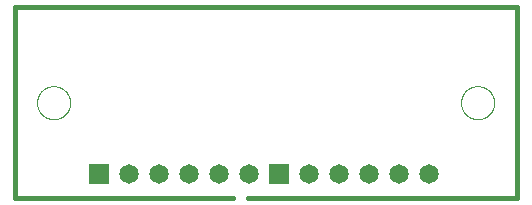
<source format=gbl>
G75*
%MOIN*%
%OFA0B0*%
%FSLAX25Y25*%
%IPPOS*%
%LPD*%
%AMOC8*
5,1,8,0,0,1.08239X$1,22.5*
%
%ADD10C,0.01600*%
%ADD11C,0.00000*%
%ADD12R,0.06500X0.06500*%
%ADD13C,0.06500*%
D10*
X0001800Y0033343D02*
X0074300Y0033343D01*
X0079550Y0033343D02*
X0169050Y0033343D01*
X0169050Y0096843D01*
X0001800Y0096843D01*
X0001800Y0033343D01*
D11*
X0009117Y0065000D02*
X0009119Y0065148D01*
X0009125Y0065296D01*
X0009135Y0065444D01*
X0009149Y0065591D01*
X0009167Y0065738D01*
X0009188Y0065884D01*
X0009214Y0066030D01*
X0009244Y0066175D01*
X0009277Y0066319D01*
X0009315Y0066462D01*
X0009356Y0066604D01*
X0009401Y0066745D01*
X0009449Y0066885D01*
X0009502Y0067024D01*
X0009558Y0067161D01*
X0009618Y0067296D01*
X0009681Y0067430D01*
X0009748Y0067562D01*
X0009819Y0067692D01*
X0009893Y0067820D01*
X0009970Y0067946D01*
X0010051Y0068070D01*
X0010135Y0068192D01*
X0010222Y0068311D01*
X0010313Y0068428D01*
X0010407Y0068543D01*
X0010503Y0068655D01*
X0010603Y0068765D01*
X0010705Y0068871D01*
X0010811Y0068975D01*
X0010919Y0069076D01*
X0011030Y0069174D01*
X0011143Y0069270D01*
X0011259Y0069362D01*
X0011377Y0069451D01*
X0011498Y0069536D01*
X0011621Y0069619D01*
X0011746Y0069698D01*
X0011873Y0069774D01*
X0012002Y0069846D01*
X0012133Y0069915D01*
X0012266Y0069980D01*
X0012401Y0070041D01*
X0012537Y0070099D01*
X0012674Y0070154D01*
X0012813Y0070204D01*
X0012954Y0070251D01*
X0013095Y0070294D01*
X0013238Y0070334D01*
X0013382Y0070369D01*
X0013526Y0070401D01*
X0013672Y0070428D01*
X0013818Y0070452D01*
X0013965Y0070472D01*
X0014112Y0070488D01*
X0014259Y0070500D01*
X0014407Y0070508D01*
X0014555Y0070512D01*
X0014703Y0070512D01*
X0014851Y0070508D01*
X0014999Y0070500D01*
X0015146Y0070488D01*
X0015293Y0070472D01*
X0015440Y0070452D01*
X0015586Y0070428D01*
X0015732Y0070401D01*
X0015876Y0070369D01*
X0016020Y0070334D01*
X0016163Y0070294D01*
X0016304Y0070251D01*
X0016445Y0070204D01*
X0016584Y0070154D01*
X0016721Y0070099D01*
X0016857Y0070041D01*
X0016992Y0069980D01*
X0017125Y0069915D01*
X0017256Y0069846D01*
X0017385Y0069774D01*
X0017512Y0069698D01*
X0017637Y0069619D01*
X0017760Y0069536D01*
X0017881Y0069451D01*
X0017999Y0069362D01*
X0018115Y0069270D01*
X0018228Y0069174D01*
X0018339Y0069076D01*
X0018447Y0068975D01*
X0018553Y0068871D01*
X0018655Y0068765D01*
X0018755Y0068655D01*
X0018851Y0068543D01*
X0018945Y0068428D01*
X0019036Y0068311D01*
X0019123Y0068192D01*
X0019207Y0068070D01*
X0019288Y0067946D01*
X0019365Y0067820D01*
X0019439Y0067692D01*
X0019510Y0067562D01*
X0019577Y0067430D01*
X0019640Y0067296D01*
X0019700Y0067161D01*
X0019756Y0067024D01*
X0019809Y0066885D01*
X0019857Y0066745D01*
X0019902Y0066604D01*
X0019943Y0066462D01*
X0019981Y0066319D01*
X0020014Y0066175D01*
X0020044Y0066030D01*
X0020070Y0065884D01*
X0020091Y0065738D01*
X0020109Y0065591D01*
X0020123Y0065444D01*
X0020133Y0065296D01*
X0020139Y0065148D01*
X0020141Y0065000D01*
X0020139Y0064852D01*
X0020133Y0064704D01*
X0020123Y0064556D01*
X0020109Y0064409D01*
X0020091Y0064262D01*
X0020070Y0064116D01*
X0020044Y0063970D01*
X0020014Y0063825D01*
X0019981Y0063681D01*
X0019943Y0063538D01*
X0019902Y0063396D01*
X0019857Y0063255D01*
X0019809Y0063115D01*
X0019756Y0062976D01*
X0019700Y0062839D01*
X0019640Y0062704D01*
X0019577Y0062570D01*
X0019510Y0062438D01*
X0019439Y0062308D01*
X0019365Y0062180D01*
X0019288Y0062054D01*
X0019207Y0061930D01*
X0019123Y0061808D01*
X0019036Y0061689D01*
X0018945Y0061572D01*
X0018851Y0061457D01*
X0018755Y0061345D01*
X0018655Y0061235D01*
X0018553Y0061129D01*
X0018447Y0061025D01*
X0018339Y0060924D01*
X0018228Y0060826D01*
X0018115Y0060730D01*
X0017999Y0060638D01*
X0017881Y0060549D01*
X0017760Y0060464D01*
X0017637Y0060381D01*
X0017512Y0060302D01*
X0017385Y0060226D01*
X0017256Y0060154D01*
X0017125Y0060085D01*
X0016992Y0060020D01*
X0016857Y0059959D01*
X0016721Y0059901D01*
X0016584Y0059846D01*
X0016445Y0059796D01*
X0016304Y0059749D01*
X0016163Y0059706D01*
X0016020Y0059666D01*
X0015876Y0059631D01*
X0015732Y0059599D01*
X0015586Y0059572D01*
X0015440Y0059548D01*
X0015293Y0059528D01*
X0015146Y0059512D01*
X0014999Y0059500D01*
X0014851Y0059492D01*
X0014703Y0059488D01*
X0014555Y0059488D01*
X0014407Y0059492D01*
X0014259Y0059500D01*
X0014112Y0059512D01*
X0013965Y0059528D01*
X0013818Y0059548D01*
X0013672Y0059572D01*
X0013526Y0059599D01*
X0013382Y0059631D01*
X0013238Y0059666D01*
X0013095Y0059706D01*
X0012954Y0059749D01*
X0012813Y0059796D01*
X0012674Y0059846D01*
X0012537Y0059901D01*
X0012401Y0059959D01*
X0012266Y0060020D01*
X0012133Y0060085D01*
X0012002Y0060154D01*
X0011873Y0060226D01*
X0011746Y0060302D01*
X0011621Y0060381D01*
X0011498Y0060464D01*
X0011377Y0060549D01*
X0011259Y0060638D01*
X0011143Y0060730D01*
X0011030Y0060826D01*
X0010919Y0060924D01*
X0010811Y0061025D01*
X0010705Y0061129D01*
X0010603Y0061235D01*
X0010503Y0061345D01*
X0010407Y0061457D01*
X0010313Y0061572D01*
X0010222Y0061689D01*
X0010135Y0061808D01*
X0010051Y0061930D01*
X0009970Y0062054D01*
X0009893Y0062180D01*
X0009819Y0062308D01*
X0009748Y0062438D01*
X0009681Y0062570D01*
X0009618Y0062704D01*
X0009558Y0062839D01*
X0009502Y0062976D01*
X0009449Y0063115D01*
X0009401Y0063255D01*
X0009356Y0063396D01*
X0009315Y0063538D01*
X0009277Y0063681D01*
X0009244Y0063825D01*
X0009214Y0063970D01*
X0009188Y0064116D01*
X0009167Y0064262D01*
X0009149Y0064409D01*
X0009135Y0064556D01*
X0009125Y0064704D01*
X0009119Y0064852D01*
X0009117Y0065000D01*
X0150455Y0065008D02*
X0150457Y0065156D01*
X0150463Y0065304D01*
X0150473Y0065452D01*
X0150487Y0065599D01*
X0150505Y0065746D01*
X0150526Y0065892D01*
X0150552Y0066038D01*
X0150582Y0066183D01*
X0150615Y0066327D01*
X0150653Y0066470D01*
X0150694Y0066612D01*
X0150739Y0066753D01*
X0150787Y0066893D01*
X0150840Y0067032D01*
X0150896Y0067169D01*
X0150956Y0067304D01*
X0151019Y0067438D01*
X0151086Y0067570D01*
X0151157Y0067700D01*
X0151231Y0067828D01*
X0151308Y0067954D01*
X0151389Y0068078D01*
X0151473Y0068200D01*
X0151560Y0068319D01*
X0151651Y0068436D01*
X0151745Y0068551D01*
X0151841Y0068663D01*
X0151941Y0068773D01*
X0152043Y0068879D01*
X0152149Y0068983D01*
X0152257Y0069084D01*
X0152368Y0069182D01*
X0152481Y0069278D01*
X0152597Y0069370D01*
X0152715Y0069459D01*
X0152836Y0069544D01*
X0152959Y0069627D01*
X0153084Y0069706D01*
X0153211Y0069782D01*
X0153340Y0069854D01*
X0153471Y0069923D01*
X0153604Y0069988D01*
X0153739Y0070049D01*
X0153875Y0070107D01*
X0154012Y0070162D01*
X0154151Y0070212D01*
X0154292Y0070259D01*
X0154433Y0070302D01*
X0154576Y0070342D01*
X0154720Y0070377D01*
X0154864Y0070409D01*
X0155010Y0070436D01*
X0155156Y0070460D01*
X0155303Y0070480D01*
X0155450Y0070496D01*
X0155597Y0070508D01*
X0155745Y0070516D01*
X0155893Y0070520D01*
X0156041Y0070520D01*
X0156189Y0070516D01*
X0156337Y0070508D01*
X0156484Y0070496D01*
X0156631Y0070480D01*
X0156778Y0070460D01*
X0156924Y0070436D01*
X0157070Y0070409D01*
X0157214Y0070377D01*
X0157358Y0070342D01*
X0157501Y0070302D01*
X0157642Y0070259D01*
X0157783Y0070212D01*
X0157922Y0070162D01*
X0158059Y0070107D01*
X0158195Y0070049D01*
X0158330Y0069988D01*
X0158463Y0069923D01*
X0158594Y0069854D01*
X0158723Y0069782D01*
X0158850Y0069706D01*
X0158975Y0069627D01*
X0159098Y0069544D01*
X0159219Y0069459D01*
X0159337Y0069370D01*
X0159453Y0069278D01*
X0159566Y0069182D01*
X0159677Y0069084D01*
X0159785Y0068983D01*
X0159891Y0068879D01*
X0159993Y0068773D01*
X0160093Y0068663D01*
X0160189Y0068551D01*
X0160283Y0068436D01*
X0160374Y0068319D01*
X0160461Y0068200D01*
X0160545Y0068078D01*
X0160626Y0067954D01*
X0160703Y0067828D01*
X0160777Y0067700D01*
X0160848Y0067570D01*
X0160915Y0067438D01*
X0160978Y0067304D01*
X0161038Y0067169D01*
X0161094Y0067032D01*
X0161147Y0066893D01*
X0161195Y0066753D01*
X0161240Y0066612D01*
X0161281Y0066470D01*
X0161319Y0066327D01*
X0161352Y0066183D01*
X0161382Y0066038D01*
X0161408Y0065892D01*
X0161429Y0065746D01*
X0161447Y0065599D01*
X0161461Y0065452D01*
X0161471Y0065304D01*
X0161477Y0065156D01*
X0161479Y0065008D01*
X0161477Y0064860D01*
X0161471Y0064712D01*
X0161461Y0064564D01*
X0161447Y0064417D01*
X0161429Y0064270D01*
X0161408Y0064124D01*
X0161382Y0063978D01*
X0161352Y0063833D01*
X0161319Y0063689D01*
X0161281Y0063546D01*
X0161240Y0063404D01*
X0161195Y0063263D01*
X0161147Y0063123D01*
X0161094Y0062984D01*
X0161038Y0062847D01*
X0160978Y0062712D01*
X0160915Y0062578D01*
X0160848Y0062446D01*
X0160777Y0062316D01*
X0160703Y0062188D01*
X0160626Y0062062D01*
X0160545Y0061938D01*
X0160461Y0061816D01*
X0160374Y0061697D01*
X0160283Y0061580D01*
X0160189Y0061465D01*
X0160093Y0061353D01*
X0159993Y0061243D01*
X0159891Y0061137D01*
X0159785Y0061033D01*
X0159677Y0060932D01*
X0159566Y0060834D01*
X0159453Y0060738D01*
X0159337Y0060646D01*
X0159219Y0060557D01*
X0159098Y0060472D01*
X0158975Y0060389D01*
X0158850Y0060310D01*
X0158723Y0060234D01*
X0158594Y0060162D01*
X0158463Y0060093D01*
X0158330Y0060028D01*
X0158195Y0059967D01*
X0158059Y0059909D01*
X0157922Y0059854D01*
X0157783Y0059804D01*
X0157642Y0059757D01*
X0157501Y0059714D01*
X0157358Y0059674D01*
X0157214Y0059639D01*
X0157070Y0059607D01*
X0156924Y0059580D01*
X0156778Y0059556D01*
X0156631Y0059536D01*
X0156484Y0059520D01*
X0156337Y0059508D01*
X0156189Y0059500D01*
X0156041Y0059496D01*
X0155893Y0059496D01*
X0155745Y0059500D01*
X0155597Y0059508D01*
X0155450Y0059520D01*
X0155303Y0059536D01*
X0155156Y0059556D01*
X0155010Y0059580D01*
X0154864Y0059607D01*
X0154720Y0059639D01*
X0154576Y0059674D01*
X0154433Y0059714D01*
X0154292Y0059757D01*
X0154151Y0059804D01*
X0154012Y0059854D01*
X0153875Y0059909D01*
X0153739Y0059967D01*
X0153604Y0060028D01*
X0153471Y0060093D01*
X0153340Y0060162D01*
X0153211Y0060234D01*
X0153084Y0060310D01*
X0152959Y0060389D01*
X0152836Y0060472D01*
X0152715Y0060557D01*
X0152597Y0060646D01*
X0152481Y0060738D01*
X0152368Y0060834D01*
X0152257Y0060932D01*
X0152149Y0061033D01*
X0152043Y0061137D01*
X0151941Y0061243D01*
X0151841Y0061353D01*
X0151745Y0061465D01*
X0151651Y0061580D01*
X0151560Y0061697D01*
X0151473Y0061816D01*
X0151389Y0061938D01*
X0151308Y0062062D01*
X0151231Y0062188D01*
X0151157Y0062316D01*
X0151086Y0062446D01*
X0151019Y0062578D01*
X0150956Y0062712D01*
X0150896Y0062847D01*
X0150840Y0062984D01*
X0150787Y0063123D01*
X0150739Y0063263D01*
X0150694Y0063404D01*
X0150653Y0063546D01*
X0150615Y0063689D01*
X0150582Y0063833D01*
X0150552Y0063978D01*
X0150526Y0064124D01*
X0150505Y0064270D01*
X0150487Y0064417D01*
X0150473Y0064564D01*
X0150463Y0064712D01*
X0150457Y0064860D01*
X0150455Y0065008D01*
D12*
X0089800Y0041093D03*
X0029800Y0041093D03*
D13*
X0039800Y0041093D03*
X0049800Y0041093D03*
X0059800Y0041093D03*
X0069800Y0041093D03*
X0079800Y0041093D03*
X0099800Y0041093D03*
X0109800Y0041093D03*
X0119800Y0041093D03*
X0129800Y0041093D03*
X0139800Y0041093D03*
M02*

</source>
